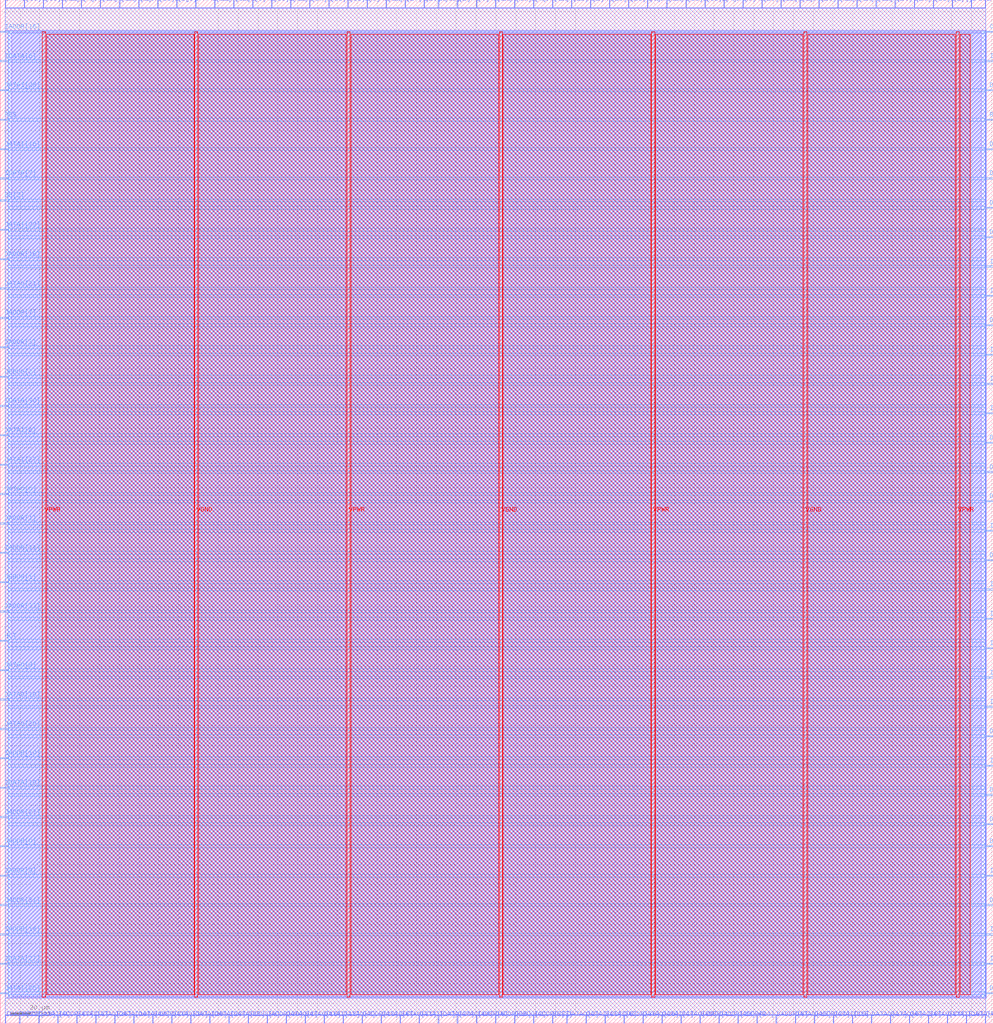
<source format=lef>
VERSION 5.7 ;
  NOWIREEXTENSIONATPIN ON ;
  DIVIDERCHAR "/" ;
  BUSBITCHARS "[]" ;
MACRO darkriscv
  CLASS BLOCK ;
  FOREIGN darkriscv ;
  ORIGIN 0.000 0.000 ;
  SIZE 500.835 BY 515.955 ;
  PIN BE[0]
    DIRECTION OUTPUT TRISTATE ;
    USE SIGNAL ;
    PORT
      LAYER met2 ;
        RECT 480.100 511.955 480.380 515.955 ;
    END
  END BE[0]
  PIN BE[1]
    DIRECTION OUTPUT TRISTATE ;
    USE SIGNAL ;
    PORT
      LAYER met2 ;
        RECT 88.900 511.955 89.180 515.955 ;
    END
  END BE[1]
  PIN BE[2]
    DIRECTION OUTPUT TRISTATE ;
    USE SIGNAL ;
    PORT
      LAYER met3 ;
        RECT 0.000 414.470 4.000 415.070 ;
    END
  END BE[2]
  PIN BE[3]
    DIRECTION OUTPUT TRISTATE ;
    USE SIGNAL ;
    PORT
      LAYER met2 ;
        RECT 278.500 0.000 278.780 4.000 ;
    END
  END BE[3]
  PIN CLK
    DIRECTION INPUT ;
    USE SIGNAL ;
    PORT
      LAYER met3 ;
        RECT 496.835 499.570 500.835 500.170 ;
    END
  END CLK
  PIN DADDR[0]
    DIRECTION OUTPUT TRISTATE ;
    USE SIGNAL ;
    PORT
      LAYER met3 ;
        RECT 0.000 88.870 4.000 89.470 ;
    END
  END DADDR[0]
  PIN DADDR[10]
    DIRECTION OUTPUT TRISTATE ;
    USE SIGNAL ;
    PORT
      LAYER met2 ;
        RECT 441.700 511.955 441.980 515.955 ;
    END
  END DADDR[10]
  PIN DADDR[11]
    DIRECTION OUTPUT TRISTATE ;
    USE SIGNAL ;
    PORT
      LAYER met2 ;
        RECT 352.900 0.000 353.180 4.000 ;
    END
  END DADDR[11]
  PIN DADDR[12]
    DIRECTION OUTPUT TRISTATE ;
    USE SIGNAL ;
    PORT
      LAYER met2 ;
        RECT 108.100 511.955 108.380 515.955 ;
    END
  END DADDR[12]
  PIN DADDR[13]
    DIRECTION OUTPUT TRISTATE ;
    USE SIGNAL ;
    PORT
      LAYER met2 ;
        RECT 182.500 0.000 182.780 4.000 ;
    END
  END DADDR[13]
  PIN DADDR[14]
    DIRECTION OUTPUT TRISTATE ;
    USE SIGNAL ;
    PORT
      LAYER met2 ;
        RECT 422.500 511.955 422.780 515.955 ;
    END
  END DADDR[14]
  PIN DADDR[15]
    DIRECTION OUTPUT TRISTATE ;
    USE SIGNAL ;
    PORT
      LAYER met3 ;
        RECT 496.835 469.970 500.835 470.570 ;
    END
  END DADDR[15]
  PIN DADDR[16]
    DIRECTION OUTPUT TRISTATE ;
    USE SIGNAL ;
    PORT
      LAYER met2 ;
        RECT 249.700 0.000 249.980 4.000 ;
    END
  END DADDR[16]
  PIN DADDR[17]
    DIRECTION OUTPUT TRISTATE ;
    USE SIGNAL ;
    PORT
      LAYER met3 ;
        RECT 496.835 14.870 500.835 15.470 ;
    END
  END DADDR[17]
  PIN DADDR[18]
    DIRECTION OUTPUT TRISTATE ;
    USE SIGNAL ;
    PORT
      LAYER met3 ;
        RECT 0.000 384.870 4.000 385.470 ;
    END
  END DADDR[18]
  PIN DADDR[19]
    DIRECTION OUTPUT TRISTATE ;
    USE SIGNAL ;
    PORT
      LAYER met2 ;
        RECT 268.900 511.955 269.180 515.955 ;
    END
  END DADDR[19]
  PIN DADDR[1]
    DIRECTION OUTPUT TRISTATE ;
    USE SIGNAL ;
    PORT
      LAYER met3 ;
        RECT 0.000 251.670 4.000 252.270 ;
    END
  END DADDR[1]
  PIN DADDR[20]
    DIRECTION OUTPUT TRISTATE ;
    USE SIGNAL ;
    PORT
      LAYER met2 ;
        RECT 76.900 0.000 77.180 4.000 ;
    END
  END DADDR[20]
  PIN DADDR[21]
    DIRECTION OUTPUT TRISTATE ;
    USE SIGNAL ;
    PORT
      LAYER met2 ;
        RECT 410.500 0.000 410.780 4.000 ;
    END
  END DADDR[21]
  PIN DADDR[22]
    DIRECTION OUTPUT TRISTATE ;
    USE SIGNAL ;
    PORT
      LAYER met3 ;
        RECT 0.000 207.270 4.000 207.870 ;
    END
  END DADDR[22]
  PIN DADDR[23]
    DIRECTION OUTPUT TRISTATE ;
    USE SIGNAL ;
    PORT
      LAYER met2 ;
        RECT 336.100 511.955 336.380 515.955 ;
    END
  END DADDR[23]
  PIN DADDR[24]
    DIRECTION OUTPUT TRISTATE ;
    USE SIGNAL ;
    PORT
      LAYER met2 ;
        RECT 146.500 511.955 146.780 515.955 ;
    END
  END DADDR[24]
  PIN DADDR[25]
    DIRECTION OUTPUT TRISTATE ;
    USE SIGNAL ;
    PORT
      LAYER met2 ;
        RECT 432.100 511.955 432.380 515.955 ;
    END
  END DADDR[25]
  PIN DADDR[26]
    DIRECTION OUTPUT TRISTATE ;
    USE SIGNAL ;
    PORT
      LAYER met2 ;
        RECT 403.300 511.955 403.580 515.955 ;
    END
  END DADDR[26]
  PIN DADDR[27]
    DIRECTION OUTPUT TRISTATE ;
    USE SIGNAL ;
    PORT
      LAYER met3 ;
        RECT 0.000 103.670 4.000 104.270 ;
    END
  END DADDR[27]
  PIN DADDR[28]
    DIRECTION OUTPUT TRISTATE ;
    USE SIGNAL ;
    PORT
      LAYER met2 ;
        RECT 362.500 0.000 362.780 4.000 ;
    END
  END DADDR[28]
  PIN DADDR[29]
    DIRECTION OUTPUT TRISTATE ;
    USE SIGNAL ;
    PORT
      LAYER met2 ;
        RECT 40.900 511.955 41.180 515.955 ;
    END
  END DADDR[29]
  PIN DADDR[2]
    DIRECTION OUTPUT TRISTATE ;
    USE SIGNAL ;
    PORT
      LAYER met2 ;
        RECT 60.100 511.955 60.380 515.955 ;
    END
  END DADDR[2]
  PIN DADDR[30]
    DIRECTION OUTPUT TRISTATE ;
    USE SIGNAL ;
    PORT
      LAYER met2 ;
        RECT 314.500 0.000 314.780 4.000 ;
    END
  END DADDR[30]
  PIN DADDR[31]
    DIRECTION OUTPUT TRISTATE ;
    USE SIGNAL ;
    PORT
      LAYER met3 ;
        RECT 0.000 59.270 4.000 59.870 ;
    END
  END DADDR[31]
  PIN DADDR[3]
    DIRECTION OUTPUT TRISTATE ;
    USE SIGNAL ;
    PORT
      LAYER met2 ;
        RECT 364.900 511.955 365.180 515.955 ;
    END
  END DADDR[3]
  PIN DADDR[4]
    DIRECTION OUTPUT TRISTATE ;
    USE SIGNAL ;
    PORT
      LAYER met3 ;
        RECT 496.835 292.370 500.835 292.970 ;
    END
  END DADDR[4]
  PIN DADDR[5]
    DIRECTION OUTPUT TRISTATE ;
    USE SIGNAL ;
    PORT
      LAYER met3 ;
        RECT 496.835 99.970 500.835 100.570 ;
    END
  END DADDR[5]
  PIN DADDR[6]
    DIRECTION OUTPUT TRISTATE ;
    USE SIGNAL ;
    PORT
      LAYER met3 ;
        RECT 496.835 440.370 500.835 440.970 ;
    END
  END DADDR[6]
  PIN DADDR[7]
    DIRECTION OUTPUT TRISTATE ;
    USE SIGNAL ;
    PORT
      LAYER met3 ;
        RECT 0.000 355.270 4.000 355.870 ;
    END
  END DADDR[7]
  PIN DADDR[8]
    DIRECTION OUTPUT TRISTATE ;
    USE SIGNAL ;
    PORT
      LAYER met2 ;
        RECT 391.300 0.000 391.580 4.000 ;
    END
  END DADDR[8]
  PIN DADDR[9]
    DIRECTION OUTPUT TRISTATE ;
    USE SIGNAL ;
    PORT
      LAYER met3 ;
        RECT 496.835 395.970 500.835 396.570 ;
    END
  END DADDR[9]
  PIN DATAI[0]
    DIRECTION INPUT ;
    USE SIGNAL ;
    PORT
      LAYER met3 ;
        RECT 0.000 296.070 4.000 296.670 ;
    END
  END DATAI[0]
  PIN DATAI[10]
    DIRECTION INPUT ;
    USE SIGNAL ;
    PORT
      LAYER met3 ;
        RECT 496.835 144.370 500.835 144.970 ;
    END
  END DATAI[10]
  PIN DATAI[11]
    DIRECTION INPUT ;
    USE SIGNAL ;
    PORT
      LAYER met2 ;
        RECT 136.900 511.955 137.180 515.955 ;
    END
  END DATAI[11]
  PIN DATAI[12]
    DIRECTION INPUT ;
    USE SIGNAL ;
    PORT
      LAYER met2 ;
        RECT 21.700 511.955 21.980 515.955 ;
    END
  END DATAI[12]
  PIN DATAI[13]
    DIRECTION INPUT ;
    USE SIGNAL ;
    PORT
      LAYER met2 ;
        RECT 2.500 511.955 2.780 515.955 ;
    END
  END DATAI[13]
  PIN DATAI[14]
    DIRECTION INPUT ;
    USE SIGNAL ;
    PORT
      LAYER met2 ;
        RECT 211.300 0.000 211.580 4.000 ;
    END
  END DATAI[14]
  PIN DATAI[15]
    DIRECTION INPUT ;
    USE SIGNAL ;
    PORT
      LAYER met2 ;
        RECT 420.100 0.000 420.380 4.000 ;
    END
  END DATAI[15]
  PIN DATAI[16]
    DIRECTION INPUT ;
    USE SIGNAL ;
    PORT
      LAYER met3 ;
        RECT 0.000 440.370 4.000 440.970 ;
    END
  END DATAI[16]
  PIN DATAI[17]
    DIRECTION INPUT ;
    USE SIGNAL ;
    PORT
      LAYER met3 ;
        RECT 496.835 425.570 500.835 426.170 ;
    END
  END DATAI[17]
  PIN DATAI[18]
    DIRECTION INPUT ;
    USE SIGNAL ;
    PORT
      LAYER met2 ;
        RECT 163.300 0.000 163.580 4.000 ;
    END
  END DATAI[18]
  PIN DATAI[19]
    DIRECTION INPUT ;
    USE SIGNAL ;
    PORT
      LAYER met2 ;
        RECT 477.700 0.000 477.980 4.000 ;
    END
  END DATAI[19]
  PIN DATAI[1]
    DIRECTION INPUT ;
    USE SIGNAL ;
    PORT
      LAYER met2 ;
        RECT 333.700 0.000 333.980 4.000 ;
    END
  END DATAI[1]
  PIN DATAI[20]
    DIRECTION INPUT ;
    USE SIGNAL ;
    PORT
      LAYER met3 ;
        RECT 496.835 410.770 500.835 411.370 ;
    END
  END DATAI[20]
  PIN DATAI[21]
    DIRECTION INPUT ;
    USE SIGNAL ;
    PORT
      LAYER met2 ;
        RECT 98.500 511.955 98.780 515.955 ;
    END
  END DATAI[21]
  PIN DATAI[22]
    DIRECTION INPUT ;
    USE SIGNAL ;
    PORT
      LAYER met3 ;
        RECT 0.000 399.670 4.000 400.270 ;
    END
  END DATAI[22]
  PIN DATAI[23]
    DIRECTION INPUT ;
    USE SIGNAL ;
    PORT
      LAYER met2 ;
        RECT 295.300 0.000 295.580 4.000 ;
    END
  END DATAI[23]
  PIN DATAI[24]
    DIRECTION INPUT ;
    USE SIGNAL ;
    PORT
      LAYER met2 ;
        RECT 240.100 511.955 240.380 515.955 ;
    END
  END DATAI[24]
  PIN DATAI[25]
    DIRECTION INPUT ;
    USE SIGNAL ;
    PORT
      LAYER met3 ;
        RECT 0.000 14.870 4.000 15.470 ;
    END
  END DATAI[25]
  PIN DATAI[26]
    DIRECTION INPUT ;
    USE SIGNAL ;
    PORT
      LAYER met3 ;
        RECT 0.000 469.970 4.000 470.570 ;
    END
  END DATAI[26]
  PIN DATAI[27]
    DIRECTION INPUT ;
    USE SIGNAL ;
    PORT
      LAYER met3 ;
        RECT 0.000 281.270 4.000 281.870 ;
    END
  END DATAI[27]
  PIN DATAI[28]
    DIRECTION INPUT ;
    USE SIGNAL ;
    PORT
      LAYER met2 ;
        RECT 127.300 511.955 127.580 515.955 ;
    END
  END DATAI[28]
  PIN DATAI[29]
    DIRECTION INPUT ;
    USE SIGNAL ;
    PORT
      LAYER met3 ;
        RECT 496.835 88.870 500.835 89.470 ;
    END
  END DATAI[29]
  PIN DATAI[2]
    DIRECTION INPUT ;
    USE SIGNAL ;
    PORT
      LAYER met2 ;
        RECT 38.500 0.000 38.780 4.000 ;
    END
  END DATAI[2]
  PIN DATAI[30]
    DIRECTION INPUT ;
    USE SIGNAL ;
    PORT
      LAYER met2 ;
        RECT 496.900 0.000 497.180 4.000 ;
    END
  END DATAI[30]
  PIN DATAI[31]
    DIRECTION INPUT ;
    USE SIGNAL ;
    PORT
      LAYER met3 ;
        RECT 496.835 114.770 500.835 115.370 ;
    END
  END DATAI[31]
  PIN DATAI[3]
    DIRECTION INPUT ;
    USE SIGNAL ;
    PORT
      LAYER met2 ;
        RECT 175.300 511.955 175.580 515.955 ;
    END
  END DATAI[3]
  PIN DATAI[4]
    DIRECTION INPUT ;
    USE SIGNAL ;
    PORT
      LAYER met2 ;
        RECT 355.300 511.955 355.580 515.955 ;
    END
  END DATAI[4]
  PIN DATAI[5]
    DIRECTION INPUT ;
    USE SIGNAL ;
    PORT
      LAYER met2 ;
        RECT 304.900 0.000 305.180 4.000 ;
    END
  END DATAI[5]
  PIN DATAI[6]
    DIRECTION INPUT ;
    USE SIGNAL ;
    PORT
      LAYER met2 ;
        RECT 192.100 0.000 192.380 4.000 ;
    END
  END DATAI[6]
  PIN DATAI[7]
    DIRECTION INPUT ;
    USE SIGNAL ;
    PORT
      LAYER met2 ;
        RECT 259.300 511.955 259.580 515.955 ;
    END
  END DATAI[7]
  PIN DATAI[8]
    DIRECTION INPUT ;
    USE SIGNAL ;
    PORT
      LAYER met2 ;
        RECT 458.500 0.000 458.780 4.000 ;
    END
  END DATAI[8]
  PIN DATAI[9]
    DIRECTION INPUT ;
    USE SIGNAL ;
    PORT
      LAYER met2 ;
        RECT 19.300 0.000 19.580 4.000 ;
    END
  END DATAI[9]
  PIN DATAO[0]
    DIRECTION OUTPUT TRISTATE ;
    USE SIGNAL ;
    PORT
      LAYER met3 ;
        RECT 0.000 266.470 4.000 267.070 ;
    END
  END DATAO[0]
  PIN DATAO[10]
    DIRECTION OUTPUT TRISTATE ;
    USE SIGNAL ;
    PORT
      LAYER met3 ;
        RECT 0.000 162.870 4.000 163.470 ;
    END
  END DATAO[10]
  PIN DATAO[11]
    DIRECTION OUTPUT TRISTATE ;
    USE SIGNAL ;
    PORT
      LAYER met3 ;
        RECT 496.835 233.170 500.835 233.770 ;
    END
  END DATAO[11]
  PIN DATAO[12]
    DIRECTION OUTPUT TRISTATE ;
    USE SIGNAL ;
    PORT
      LAYER met2 ;
        RECT 345.700 511.955 345.980 515.955 ;
    END
  END DATAO[12]
  PIN DATAO[13]
    DIRECTION OUTPUT TRISTATE ;
    USE SIGNAL ;
    PORT
      LAYER met2 ;
        RECT 184.900 511.955 185.180 515.955 ;
    END
  END DATAO[13]
  PIN DATAO[14]
    DIRECTION OUTPUT TRISTATE ;
    USE SIGNAL ;
    PORT
      LAYER met2 ;
        RECT 230.500 0.000 230.780 4.000 ;
    END
  END DATAO[14]
  PIN DATAO[15]
    DIRECTION OUTPUT TRISTATE ;
    USE SIGNAL ;
    PORT
      LAYER met2 ;
        RECT 400.900 0.000 401.180 4.000 ;
    END
  END DATAO[15]
  PIN DATAO[16]
    DIRECTION OUTPUT TRISTATE ;
    USE SIGNAL ;
    PORT
      LAYER met2 ;
        RECT 153.700 0.000 153.980 4.000 ;
    END
  END DATAO[16]
  PIN DATAO[17]
    DIRECTION OUTPUT TRISTATE ;
    USE SIGNAL ;
    PORT
      LAYER met2 ;
        RECT 439.300 0.000 439.580 4.000 ;
    END
  END DATAO[17]
  PIN DATAO[18]
    DIRECTION OUTPUT TRISTATE ;
    USE SIGNAL ;
    PORT
      LAYER met2 ;
        RECT 12.100 511.955 12.380 515.955 ;
    END
  END DATAO[18]
  PIN DATAO[19]
    DIRECTION OUTPUT TRISTATE ;
    USE SIGNAL ;
    PORT
      LAYER met2 ;
        RECT 374.500 511.955 374.780 515.955 ;
    END
  END DATAO[19]
  PIN DATAO[1]
    DIRECTION OUTPUT TRISTATE ;
    USE SIGNAL ;
    PORT
      LAYER met2 ;
        RECT 144.100 0.000 144.380 4.000 ;
    END
  END DATAO[1]
  PIN DATAO[20]
    DIRECTION OUTPUT TRISTATE ;
    USE SIGNAL ;
    PORT
      LAYER met3 ;
        RECT 0.000 148.070 4.000 148.670 ;
    END
  END DATAO[20]
  PIN DATAO[21]
    DIRECTION OUTPUT TRISTATE ;
    USE SIGNAL ;
    PORT
      LAYER met3 ;
        RECT 0.000 370.070 4.000 370.670 ;
    END
  END DATAO[21]
  PIN DATAO[22]
    DIRECTION OUTPUT TRISTATE ;
    USE SIGNAL ;
    PORT
      LAYER met2 ;
        RECT 165.700 511.955 165.980 515.955 ;
    END
  END DATAO[22]
  PIN DATAO[23]
    DIRECTION OUTPUT TRISTATE ;
    USE SIGNAL ;
    PORT
      LAYER met2 ;
        RECT 156.100 511.955 156.380 515.955 ;
    END
  END DATAO[23]
  PIN DATAO[24]
    DIRECTION OUTPUT TRISTATE ;
    USE SIGNAL ;
    PORT
      LAYER met2 ;
        RECT 468.100 0.000 468.380 4.000 ;
    END
  END DATAO[24]
  PIN DATAO[25]
    DIRECTION OUTPUT TRISTATE ;
    USE SIGNAL ;
    PORT
      LAYER met2 ;
        RECT 48.100 0.000 48.380 4.000 ;
    END
  END DATAO[25]
  PIN DATAO[26]
    DIRECTION OUTPUT TRISTATE ;
    USE SIGNAL ;
    PORT
      LAYER met2 ;
        RECT 324.100 0.000 324.380 4.000 ;
    END
  END DATAO[26]
  PIN DATAO[27]
    DIRECTION OUTPUT TRISTATE ;
    USE SIGNAL ;
    PORT
      LAYER met2 ;
        RECT 470.500 511.955 470.780 515.955 ;
    END
  END DATAO[27]
  PIN DATAO[28]
    DIRECTION OUTPUT TRISTATE ;
    USE SIGNAL ;
    PORT
      LAYER met3 ;
        RECT 496.835 262.770 500.835 263.370 ;
    END
  END DATAO[28]
  PIN DATAO[29]
    DIRECTION OUTPUT TRISTATE ;
    USE SIGNAL ;
    PORT
      LAYER met2 ;
        RECT 343.300 0.000 343.580 4.000 ;
    END
  END DATAO[29]
  PIN DATAO[2]
    DIRECTION OUTPUT TRISTATE ;
    USE SIGNAL ;
    PORT
      LAYER met2 ;
        RECT 285.700 0.000 285.980 4.000 ;
    END
  END DATAO[2]
  PIN DATAO[30]
    DIRECTION OUTPUT TRISTATE ;
    USE SIGNAL ;
    PORT
      LAYER met2 ;
        RECT 86.500 0.000 86.780 4.000 ;
    END
  END DATAO[30]
  PIN DATAO[31]
    DIRECTION OUTPUT TRISTATE ;
    USE SIGNAL ;
    PORT
      LAYER met2 ;
        RECT 201.700 0.000 201.980 4.000 ;
    END
  END DATAO[31]
  PIN DATAO[3]
    DIRECTION OUTPUT TRISTATE ;
    USE SIGNAL ;
    PORT
      LAYER met3 ;
        RECT 496.835 351.570 500.835 352.170 ;
    END
  END DATAO[3]
  PIN DATAO[4]
    DIRECTION OUTPUT TRISTATE ;
    USE SIGNAL ;
    PORT
      LAYER met3 ;
        RECT 496.835 59.270 500.835 59.870 ;
    END
  END DATAO[4]
  PIN DATAO[5]
    DIRECTION OUTPUT TRISTATE ;
    USE SIGNAL ;
    PORT
      LAYER met2 ;
        RECT 448.900 0.000 449.180 4.000 ;
    END
  END DATAO[5]
  PIN DATAO[6]
    DIRECTION OUTPUT TRISTATE ;
    USE SIGNAL ;
    PORT
      LAYER met2 ;
        RECT 79.300 511.955 79.580 515.955 ;
    END
  END DATAO[6]
  PIN DATAO[7]
    DIRECTION OUTPUT TRISTATE ;
    USE SIGNAL ;
    PORT
      LAYER met2 ;
        RECT 172.900 0.000 173.180 4.000 ;
    END
  END DATAO[7]
  PIN DATAO[8]
    DIRECTION OUTPUT TRISTATE ;
    USE SIGNAL ;
    PORT
      LAYER met3 ;
        RECT 0.000 177.670 4.000 178.270 ;
    END
  END DATAO[8]
  PIN DATAO[9]
    DIRECTION OUTPUT TRISTATE ;
    USE SIGNAL ;
    PORT
      LAYER met3 ;
        RECT 496.835 277.570 500.835 278.170 ;
    END
  END DATAO[9]
  PIN DEBUG[0]
    DIRECTION OUTPUT TRISTATE ;
    USE SIGNAL ;
    PORT
      LAYER met2 ;
        RECT 124.900 0.000 125.180 4.000 ;
    END
  END DEBUG[0]
  PIN DEBUG[1]
    DIRECTION OUTPUT TRISTATE ;
    USE SIGNAL ;
    PORT
      LAYER met3 ;
        RECT 0.000 222.070 4.000 222.670 ;
    END
  END DEBUG[1]
  PIN DEBUG[2]
    DIRECTION OUTPUT TRISTATE ;
    USE SIGNAL ;
    PORT
      LAYER met2 ;
        RECT 259.300 0.000 259.580 4.000 ;
    END
  END DEBUG[2]
  PIN DEBUG[3]
    DIRECTION OUTPUT TRISTATE ;
    USE SIGNAL ;
    PORT
      LAYER met3 ;
        RECT 0.000 325.670 4.000 326.270 ;
    END
  END DEBUG[3]
  PIN HLT
    DIRECTION INPUT ;
    USE SIGNAL ;
    PORT
      LAYER met3 ;
        RECT 0.000 192.470 4.000 193.070 ;
    END
  END HLT
  PIN IADDR[0]
    DIRECTION OUTPUT TRISTATE ;
    USE SIGNAL ;
    PORT
      LAYER met3 ;
        RECT 496.835 203.570 500.835 204.170 ;
    END
  END IADDR[0]
  PIN IADDR[10]
    DIRECTION OUTPUT TRISTATE ;
    USE SIGNAL ;
    PORT
      LAYER met2 ;
        RECT 249.700 511.955 249.980 515.955 ;
    END
  END IADDR[10]
  PIN IADDR[11]
    DIRECTION OUTPUT TRISTATE ;
    USE SIGNAL ;
    PORT
      LAYER met3 ;
        RECT 0.000 236.870 4.000 237.470 ;
    END
  END IADDR[11]
  PIN IADDR[12]
    DIRECTION OUTPUT TRISTATE ;
    USE SIGNAL ;
    PORT
      LAYER met2 ;
        RECT 278.500 511.955 278.780 515.955 ;
    END
  END IADDR[12]
  PIN IADDR[13]
    DIRECTION OUTPUT TRISTATE ;
    USE SIGNAL ;
    PORT
      LAYER met2 ;
        RECT 496.900 511.955 497.180 515.955 ;
    END
  END IADDR[13]
  PIN IADDR[14]
    DIRECTION OUTPUT TRISTATE ;
    USE SIGNAL ;
    PORT
      LAYER met3 ;
        RECT 0.000 44.470 4.000 45.070 ;
    END
  END IADDR[14]
  PIN IADDR[15]
    DIRECTION OUTPUT TRISTATE ;
    USE SIGNAL ;
    PORT
      LAYER met3 ;
        RECT 496.835 218.370 500.835 218.970 ;
    END
  END IADDR[15]
  PIN IADDR[16]
    DIRECTION OUTPUT TRISTATE ;
    USE SIGNAL ;
    PORT
      LAYER met3 ;
        RECT 0.000 499.570 4.000 500.170 ;
    END
  END IADDR[16]
  PIN IADDR[17]
    DIRECTION OUTPUT TRISTATE ;
    USE SIGNAL ;
    PORT
      LAYER met2 ;
        RECT 28.900 0.000 29.180 4.000 ;
    END
  END IADDR[17]
  PIN IADDR[18]
    DIRECTION OUTPUT TRISTATE ;
    USE SIGNAL ;
    PORT
      LAYER met2 ;
        RECT 9.700 0.000 9.980 4.000 ;
    END
  END IADDR[18]
  PIN IADDR[19]
    DIRECTION OUTPUT TRISTATE ;
    USE SIGNAL ;
    PORT
      LAYER met3 ;
        RECT 0.000 133.270 4.000 133.870 ;
    END
  END IADDR[19]
  PIN IADDR[1]
    DIRECTION OUTPUT TRISTATE ;
    USE SIGNAL ;
    PORT
      LAYER met3 ;
        RECT 496.835 188.770 500.835 189.370 ;
    END
  END IADDR[1]
  PIN IADDR[20]
    DIRECTION OUTPUT TRISTATE ;
    USE SIGNAL ;
    PORT
      LAYER met2 ;
        RECT 326.500 511.955 326.780 515.955 ;
    END
  END IADDR[20]
  PIN IADDR[21]
    DIRECTION OUTPUT TRISTATE ;
    USE SIGNAL ;
    PORT
      LAYER met3 ;
        RECT 496.835 307.170 500.835 307.770 ;
    END
  END IADDR[21]
  PIN IADDR[22]
    DIRECTION OUTPUT TRISTATE ;
    USE SIGNAL ;
    PORT
      LAYER met3 ;
        RECT 496.835 484.770 500.835 485.370 ;
    END
  END IADDR[22]
  PIN IADDR[23]
    DIRECTION OUTPUT TRISTATE ;
    USE SIGNAL ;
    PORT
      LAYER met2 ;
        RECT 268.900 0.000 269.180 4.000 ;
    END
  END IADDR[23]
  PIN IADDR[24]
    DIRECTION OUTPUT TRISTATE ;
    USE SIGNAL ;
    PORT
      LAYER met2 ;
        RECT 372.100 0.000 372.380 4.000 ;
    END
  END IADDR[24]
  PIN IADDR[25]
    DIRECTION OUTPUT TRISTATE ;
    USE SIGNAL ;
    PORT
      LAYER met3 ;
        RECT 496.835 129.570 500.835 130.170 ;
    END
  END IADDR[25]
  PIN IADDR[26]
    DIRECTION OUTPUT TRISTATE ;
    USE SIGNAL ;
    PORT
      LAYER met3 ;
        RECT 496.835 74.070 500.835 74.670 ;
    END
  END IADDR[26]
  PIN IADDR[27]
    DIRECTION OUTPUT TRISTATE ;
    USE SIGNAL ;
    PORT
      LAYER met2 ;
        RECT 194.500 511.955 194.780 515.955 ;
    END
  END IADDR[27]
  PIN IADDR[28]
    DIRECTION OUTPUT TRISTATE ;
    USE SIGNAL ;
    PORT
      LAYER met2 ;
        RECT 69.700 511.955 69.980 515.955 ;
    END
  END IADDR[28]
  PIN IADDR[29]
    DIRECTION OUTPUT TRISTATE ;
    USE SIGNAL ;
    PORT
      LAYER met2 ;
        RECT 50.500 511.955 50.780 515.955 ;
    END
  END IADDR[29]
  PIN IADDR[2]
    DIRECTION OUTPUT TRISTATE ;
    USE SIGNAL ;
    PORT
      LAYER met2 ;
        RECT 393.700 511.955 393.980 515.955 ;
    END
  END IADDR[2]
  PIN IADDR[30]
    DIRECTION OUTPUT TRISTATE ;
    USE SIGNAL ;
    PORT
      LAYER met2 ;
        RECT 134.500 0.000 134.780 4.000 ;
    END
  END IADDR[30]
  PIN IADDR[31]
    DIRECTION OUTPUT TRISTATE ;
    USE SIGNAL ;
    PORT
      LAYER met3 ;
        RECT 496.835 321.970 500.835 322.570 ;
    END
  END IADDR[31]
  PIN IADDR[3]
    DIRECTION OUTPUT TRISTATE ;
    USE SIGNAL ;
    PORT
      LAYER met3 ;
        RECT 0.000 340.470 4.000 341.070 ;
    END
  END IADDR[3]
  PIN IADDR[4]
    DIRECTION OUTPUT TRISTATE ;
    USE SIGNAL ;
    PORT
      LAYER met2 ;
        RECT 31.300 511.955 31.580 515.955 ;
    END
  END IADDR[4]
  PIN IADDR[5]
    DIRECTION OUTPUT TRISTATE ;
    USE SIGNAL ;
    PORT
      LAYER met2 ;
        RECT 117.700 511.955 117.980 515.955 ;
    END
  END IADDR[5]
  PIN IADDR[6]
    DIRECTION OUTPUT TRISTATE ;
    USE SIGNAL ;
    PORT
      LAYER met2 ;
        RECT 240.100 0.000 240.380 4.000 ;
    END
  END IADDR[6]
  PIN IADDR[7]
    DIRECTION OUTPUT TRISTATE ;
    USE SIGNAL ;
    PORT
      LAYER met2 ;
        RECT 489.700 511.955 489.980 515.955 ;
    END
  END IADDR[7]
  PIN IADDR[8]
    DIRECTION OUTPUT TRISTATE ;
    USE SIGNAL ;
    PORT
      LAYER met3 ;
        RECT 496.835 159.170 500.835 159.770 ;
    END
  END IADDR[8]
  PIN IADDR[9]
    DIRECTION OUTPUT TRISTATE ;
    USE SIGNAL ;
    PORT
      LAYER met3 ;
        RECT 0.000 74.070 4.000 74.670 ;
    END
  END IADDR[9]
  PIN IDATA[0]
    DIRECTION INPUT ;
    USE SIGNAL ;
    PORT
      LAYER met2 ;
        RECT 230.500 511.955 230.780 515.955 ;
    END
  END IDATA[0]
  PIN IDATA[10]
    DIRECTION INPUT ;
    USE SIGNAL ;
    PORT
      LAYER met3 ;
        RECT 0.000 118.470 4.000 119.070 ;
    END
  END IDATA[10]
  PIN IDATA[11]
    DIRECTION INPUT ;
    USE SIGNAL ;
    PORT
      LAYER met2 ;
        RECT 115.300 0.000 115.580 4.000 ;
    END
  END IDATA[11]
  PIN IDATA[12]
    DIRECTION INPUT ;
    USE SIGNAL ;
    PORT
      LAYER met3 ;
        RECT 496.835 381.170 500.835 381.770 ;
    END
  END IDATA[12]
  PIN IDATA[13]
    DIRECTION INPUT ;
    USE SIGNAL ;
    PORT
      LAYER met3 ;
        RECT 496.835 336.770 500.835 337.370 ;
    END
  END IDATA[13]
  PIN IDATA[14]
    DIRECTION INPUT ;
    USE SIGNAL ;
    PORT
      LAYER met2 ;
        RECT 67.300 0.000 67.580 4.000 ;
    END
  END IDATA[14]
  PIN IDATA[15]
    DIRECTION INPUT ;
    USE SIGNAL ;
    PORT
      LAYER met2 ;
        RECT 412.900 511.955 413.180 515.955 ;
    END
  END IDATA[15]
  PIN IDATA[16]
    DIRECTION INPUT ;
    USE SIGNAL ;
    PORT
      LAYER met2 ;
        RECT 57.700 0.000 57.980 4.000 ;
    END
  END IDATA[16]
  PIN IDATA[17]
    DIRECTION INPUT ;
    USE SIGNAL ;
    PORT
      LAYER met3 ;
        RECT 496.835 44.470 500.835 45.070 ;
    END
  END IDATA[17]
  PIN IDATA[18]
    DIRECTION INPUT ;
    USE SIGNAL ;
    PORT
      LAYER met2 ;
        RECT 213.700 511.955 213.980 515.955 ;
    END
  END IDATA[18]
  PIN IDATA[19]
    DIRECTION INPUT ;
    USE SIGNAL ;
    PORT
      LAYER met3 ;
        RECT 496.835 247.970 500.835 248.570 ;
    END
  END IDATA[19]
  PIN IDATA[1]
    DIRECTION INPUT ;
    USE SIGNAL ;
    PORT
      LAYER met3 ;
        RECT 496.835 366.370 500.835 366.970 ;
    END
  END IDATA[1]
  PIN IDATA[20]
    DIRECTION INPUT ;
    USE SIGNAL ;
    PORT
      LAYER met2 ;
        RECT 451.300 511.955 451.580 515.955 ;
    END
  END IDATA[20]
  PIN IDATA[21]
    DIRECTION INPUT ;
    USE SIGNAL ;
    PORT
      LAYER met2 ;
        RECT 384.100 511.955 384.380 515.955 ;
    END
  END IDATA[21]
  PIN IDATA[22]
    DIRECTION INPUT ;
    USE SIGNAL ;
    PORT
      LAYER met2 ;
        RECT 2.500 0.000 2.780 4.000 ;
    END
  END IDATA[22]
  PIN IDATA[23]
    DIRECTION INPUT ;
    USE SIGNAL ;
    PORT
      LAYER met2 ;
        RECT 105.700 0.000 105.980 4.000 ;
    END
  END IDATA[23]
  PIN IDATA[24]
    DIRECTION INPUT ;
    USE SIGNAL ;
    PORT
      LAYER met2 ;
        RECT 220.900 0.000 221.180 4.000 ;
    END
  END IDATA[24]
  PIN IDATA[25]
    DIRECTION INPUT ;
    USE SIGNAL ;
    PORT
      LAYER met2 ;
        RECT 297.700 511.955 297.980 515.955 ;
    END
  END IDATA[25]
  PIN IDATA[26]
    DIRECTION INPUT ;
    USE SIGNAL ;
    PORT
      LAYER met2 ;
        RECT 96.100 0.000 96.380 4.000 ;
    END
  END IDATA[26]
  PIN IDATA[27]
    DIRECTION INPUT ;
    USE SIGNAL ;
    PORT
      LAYER met3 ;
        RECT 0.000 29.670 4.000 30.270 ;
    END
  END IDATA[27]
  PIN IDATA[28]
    DIRECTION INPUT ;
    USE SIGNAL ;
    PORT
      LAYER met2 ;
        RECT 460.900 511.955 461.180 515.955 ;
    END
  END IDATA[28]
  PIN IDATA[29]
    DIRECTION INPUT ;
    USE SIGNAL ;
    PORT
      LAYER met2 ;
        RECT 204.100 511.955 204.380 515.955 ;
    END
  END IDATA[29]
  PIN IDATA[2]
    DIRECTION INPUT ;
    USE SIGNAL ;
    PORT
      LAYER met3 ;
        RECT 496.835 173.970 500.835 174.570 ;
    END
  END IDATA[2]
  PIN IDATA[30]
    DIRECTION INPUT ;
    USE SIGNAL ;
    PORT
      LAYER met3 ;
        RECT 0.000 310.870 4.000 311.470 ;
    END
  END IDATA[30]
  PIN IDATA[31]
    DIRECTION INPUT ;
    USE SIGNAL ;
    PORT
      LAYER met2 ;
        RECT 307.300 511.955 307.580 515.955 ;
    END
  END IDATA[31]
  PIN IDATA[3]
    DIRECTION INPUT ;
    USE SIGNAL ;
    PORT
      LAYER met3 ;
        RECT 496.835 29.670 500.835 30.270 ;
    END
  END IDATA[3]
  PIN IDATA[4]
    DIRECTION INPUT ;
    USE SIGNAL ;
    PORT
      LAYER met2 ;
        RECT 487.300 0.000 487.580 4.000 ;
    END
  END IDATA[4]
  PIN IDATA[5]
    DIRECTION INPUT ;
    USE SIGNAL ;
    PORT
      LAYER met2 ;
        RECT 288.100 511.955 288.380 515.955 ;
    END
  END IDATA[5]
  PIN IDATA[6]
    DIRECTION INPUT ;
    USE SIGNAL ;
    PORT
      LAYER met3 ;
        RECT 0.000 484.770 4.000 485.370 ;
    END
  END IDATA[6]
  PIN IDATA[7]
    DIRECTION INPUT ;
    USE SIGNAL ;
    PORT
      LAYER met3 ;
        RECT 0.000 425.570 4.000 426.170 ;
    END
  END IDATA[7]
  PIN IDATA[8]
    DIRECTION INPUT ;
    USE SIGNAL ;
    PORT
      LAYER met2 ;
        RECT 220.900 511.955 221.180 515.955 ;
    END
  END IDATA[8]
  PIN IDATA[9]
    DIRECTION INPUT ;
    USE SIGNAL ;
    PORT
      LAYER met2 ;
        RECT 316.900 511.955 317.180 515.955 ;
    END
  END IDATA[9]
  PIN IDLE
    DIRECTION OUTPUT TRISTATE ;
    USE SIGNAL ;
    PORT
      LAYER met2 ;
        RECT 429.700 0.000 429.980 4.000 ;
    END
  END IDLE
  PIN RD
    DIRECTION OUTPUT TRISTATE ;
    USE SIGNAL ;
    PORT
      LAYER met3 ;
        RECT 496.835 455.170 500.835 455.770 ;
    END
  END RD
  PIN RES
    DIRECTION INPUT ;
    USE SIGNAL ;
    PORT
      LAYER met3 ;
        RECT 0.000 455.170 4.000 455.770 ;
    END
  END RES
  PIN WR
    DIRECTION OUTPUT TRISTATE ;
    USE SIGNAL ;
    PORT
      LAYER met2 ;
        RECT 381.700 0.000 381.980 4.000 ;
    END
  END WR
  PIN VPWR
    DIRECTION INOUT ;
    USE POWER ;
    PORT
      LAYER met4 ;
        RECT 482.080 13.080 483.680 499.740 ;
    END
  END VPWR
  PIN VPWR
    DIRECTION INOUT ;
    USE POWER ;
    PORT
      LAYER met4 ;
        RECT 328.480 13.080 330.080 499.740 ;
    END
  END VPWR
  PIN VPWR
    DIRECTION INOUT ;
    USE POWER ;
    PORT
      LAYER met4 ;
        RECT 174.880 13.080 176.480 499.740 ;
    END
  END VPWR
  PIN VPWR
    DIRECTION INOUT ;
    USE POWER ;
    PORT
      LAYER met4 ;
        RECT 21.280 13.080 22.880 499.740 ;
    END
  END VPWR
  PIN VGND
    DIRECTION INOUT ;
    USE GROUND ;
    PORT
      LAYER met4 ;
        RECT 405.280 13.080 406.880 499.740 ;
    END
  END VGND
  PIN VGND
    DIRECTION INOUT ;
    USE GROUND ;
    PORT
      LAYER met4 ;
        RECT 251.680 13.080 253.280 499.740 ;
    END
  END VGND
  PIN VGND
    DIRECTION INOUT ;
    USE GROUND ;
    PORT
      LAYER met4 ;
        RECT 98.080 13.080 99.680 499.740 ;
    END
  END VGND
  OBS
      LAYER li1 ;
        RECT 5.760 13.235 494.880 499.585 ;
      LAYER met1 ;
        RECT 2.480 12.635 497.200 500.555 ;
      LAYER met2 ;
        RECT 3.060 511.675 11.820 511.955 ;
        RECT 12.660 511.675 21.420 511.955 ;
        RECT 22.260 511.675 31.020 511.955 ;
        RECT 31.860 511.675 40.620 511.955 ;
        RECT 41.460 511.675 50.220 511.955 ;
        RECT 51.060 511.675 59.820 511.955 ;
        RECT 60.660 511.675 69.420 511.955 ;
        RECT 70.260 511.675 79.020 511.955 ;
        RECT 79.860 511.675 88.620 511.955 ;
        RECT 89.460 511.675 98.220 511.955 ;
        RECT 99.060 511.675 107.820 511.955 ;
        RECT 108.660 511.675 117.420 511.955 ;
        RECT 118.260 511.675 127.020 511.955 ;
        RECT 127.860 511.675 136.620 511.955 ;
        RECT 137.460 511.675 146.220 511.955 ;
        RECT 147.060 511.675 155.820 511.955 ;
        RECT 156.660 511.675 165.420 511.955 ;
        RECT 166.260 511.675 175.020 511.955 ;
        RECT 175.860 511.675 184.620 511.955 ;
        RECT 185.460 511.675 194.220 511.955 ;
        RECT 195.060 511.675 203.820 511.955 ;
        RECT 204.660 511.675 213.420 511.955 ;
        RECT 214.260 511.675 220.620 511.955 ;
        RECT 221.460 511.675 230.220 511.955 ;
        RECT 231.060 511.675 239.820 511.955 ;
        RECT 240.660 511.675 249.420 511.955 ;
        RECT 250.260 511.675 259.020 511.955 ;
        RECT 259.860 511.675 268.620 511.955 ;
        RECT 269.460 511.675 278.220 511.955 ;
        RECT 279.060 511.675 287.820 511.955 ;
        RECT 288.660 511.675 297.420 511.955 ;
        RECT 298.260 511.675 307.020 511.955 ;
        RECT 307.860 511.675 316.620 511.955 ;
        RECT 317.460 511.675 326.220 511.955 ;
        RECT 327.060 511.675 335.820 511.955 ;
        RECT 336.660 511.675 345.420 511.955 ;
        RECT 346.260 511.675 355.020 511.955 ;
        RECT 355.860 511.675 364.620 511.955 ;
        RECT 365.460 511.675 374.220 511.955 ;
        RECT 375.060 511.675 383.820 511.955 ;
        RECT 384.660 511.675 393.420 511.955 ;
        RECT 394.260 511.675 403.020 511.955 ;
        RECT 403.860 511.675 412.620 511.955 ;
        RECT 413.460 511.675 422.220 511.955 ;
        RECT 423.060 511.675 431.820 511.955 ;
        RECT 432.660 511.675 441.420 511.955 ;
        RECT 442.260 511.675 451.020 511.955 ;
        RECT 451.860 511.675 460.620 511.955 ;
        RECT 461.460 511.675 470.220 511.955 ;
        RECT 471.060 511.675 479.820 511.955 ;
        RECT 480.660 511.675 489.420 511.955 ;
        RECT 490.260 511.675 496.620 511.955 ;
        RECT 2.510 4.280 497.170 511.675 ;
        RECT 3.060 4.000 9.420 4.280 ;
        RECT 10.260 4.000 19.020 4.280 ;
        RECT 19.860 4.000 28.620 4.280 ;
        RECT 29.460 4.000 38.220 4.280 ;
        RECT 39.060 4.000 47.820 4.280 ;
        RECT 48.660 4.000 57.420 4.280 ;
        RECT 58.260 4.000 67.020 4.280 ;
        RECT 67.860 4.000 76.620 4.280 ;
        RECT 77.460 4.000 86.220 4.280 ;
        RECT 87.060 4.000 95.820 4.280 ;
        RECT 96.660 4.000 105.420 4.280 ;
        RECT 106.260 4.000 115.020 4.280 ;
        RECT 115.860 4.000 124.620 4.280 ;
        RECT 125.460 4.000 134.220 4.280 ;
        RECT 135.060 4.000 143.820 4.280 ;
        RECT 144.660 4.000 153.420 4.280 ;
        RECT 154.260 4.000 163.020 4.280 ;
        RECT 163.860 4.000 172.620 4.280 ;
        RECT 173.460 4.000 182.220 4.280 ;
        RECT 183.060 4.000 191.820 4.280 ;
        RECT 192.660 4.000 201.420 4.280 ;
        RECT 202.260 4.000 211.020 4.280 ;
        RECT 211.860 4.000 220.620 4.280 ;
        RECT 221.460 4.000 230.220 4.280 ;
        RECT 231.060 4.000 239.820 4.280 ;
        RECT 240.660 4.000 249.420 4.280 ;
        RECT 250.260 4.000 259.020 4.280 ;
        RECT 259.860 4.000 268.620 4.280 ;
        RECT 269.460 4.000 278.220 4.280 ;
        RECT 279.060 4.000 285.420 4.280 ;
        RECT 286.260 4.000 295.020 4.280 ;
        RECT 295.860 4.000 304.620 4.280 ;
        RECT 305.460 4.000 314.220 4.280 ;
        RECT 315.060 4.000 323.820 4.280 ;
        RECT 324.660 4.000 333.420 4.280 ;
        RECT 334.260 4.000 343.020 4.280 ;
        RECT 343.860 4.000 352.620 4.280 ;
        RECT 353.460 4.000 362.220 4.280 ;
        RECT 363.060 4.000 371.820 4.280 ;
        RECT 372.660 4.000 381.420 4.280 ;
        RECT 382.260 4.000 391.020 4.280 ;
        RECT 391.860 4.000 400.620 4.280 ;
        RECT 401.460 4.000 410.220 4.280 ;
        RECT 411.060 4.000 419.820 4.280 ;
        RECT 420.660 4.000 429.420 4.280 ;
        RECT 430.260 4.000 439.020 4.280 ;
        RECT 439.860 4.000 448.620 4.280 ;
        RECT 449.460 4.000 458.220 4.280 ;
        RECT 459.060 4.000 467.820 4.280 ;
        RECT 468.660 4.000 477.420 4.280 ;
        RECT 478.260 4.000 487.020 4.280 ;
        RECT 487.860 4.000 496.620 4.280 ;
      LAYER met3 ;
        RECT 4.400 499.170 496.435 500.035 ;
        RECT 4.000 485.770 496.835 499.170 ;
        RECT 4.400 484.370 496.435 485.770 ;
        RECT 4.000 470.970 496.835 484.370 ;
        RECT 4.400 469.570 496.435 470.970 ;
        RECT 4.000 456.170 496.835 469.570 ;
        RECT 4.400 454.770 496.435 456.170 ;
        RECT 4.000 441.370 496.835 454.770 ;
        RECT 4.400 439.970 496.435 441.370 ;
        RECT 4.000 426.570 496.835 439.970 ;
        RECT 4.400 425.170 496.435 426.570 ;
        RECT 4.000 415.470 496.835 425.170 ;
        RECT 4.400 414.070 496.835 415.470 ;
        RECT 4.000 411.770 496.835 414.070 ;
        RECT 4.000 410.370 496.435 411.770 ;
        RECT 4.000 400.670 496.835 410.370 ;
        RECT 4.400 399.270 496.835 400.670 ;
        RECT 4.000 396.970 496.835 399.270 ;
        RECT 4.000 395.570 496.435 396.970 ;
        RECT 4.000 385.870 496.835 395.570 ;
        RECT 4.400 384.470 496.835 385.870 ;
        RECT 4.000 382.170 496.835 384.470 ;
        RECT 4.000 380.770 496.435 382.170 ;
        RECT 4.000 371.070 496.835 380.770 ;
        RECT 4.400 369.670 496.835 371.070 ;
        RECT 4.000 367.370 496.835 369.670 ;
        RECT 4.000 365.970 496.435 367.370 ;
        RECT 4.000 356.270 496.835 365.970 ;
        RECT 4.400 354.870 496.835 356.270 ;
        RECT 4.000 352.570 496.835 354.870 ;
        RECT 4.000 351.170 496.435 352.570 ;
        RECT 4.000 341.470 496.835 351.170 ;
        RECT 4.400 340.070 496.835 341.470 ;
        RECT 4.000 337.770 496.835 340.070 ;
        RECT 4.000 336.370 496.435 337.770 ;
        RECT 4.000 326.670 496.835 336.370 ;
        RECT 4.400 325.270 496.835 326.670 ;
        RECT 4.000 322.970 496.835 325.270 ;
        RECT 4.000 321.570 496.435 322.970 ;
        RECT 4.000 311.870 496.835 321.570 ;
        RECT 4.400 310.470 496.835 311.870 ;
        RECT 4.000 308.170 496.835 310.470 ;
        RECT 4.000 306.770 496.435 308.170 ;
        RECT 4.000 297.070 496.835 306.770 ;
        RECT 4.400 295.670 496.835 297.070 ;
        RECT 4.000 293.370 496.835 295.670 ;
        RECT 4.000 291.970 496.435 293.370 ;
        RECT 4.000 282.270 496.835 291.970 ;
        RECT 4.400 280.870 496.835 282.270 ;
        RECT 4.000 278.570 496.835 280.870 ;
        RECT 4.000 277.170 496.435 278.570 ;
        RECT 4.000 267.470 496.835 277.170 ;
        RECT 4.400 266.070 496.835 267.470 ;
        RECT 4.000 263.770 496.835 266.070 ;
        RECT 4.000 262.370 496.435 263.770 ;
        RECT 4.000 252.670 496.835 262.370 ;
        RECT 4.400 251.270 496.835 252.670 ;
        RECT 4.000 248.970 496.835 251.270 ;
        RECT 4.000 247.570 496.435 248.970 ;
        RECT 4.000 237.870 496.835 247.570 ;
        RECT 4.400 236.470 496.835 237.870 ;
        RECT 4.000 234.170 496.835 236.470 ;
        RECT 4.000 232.770 496.435 234.170 ;
        RECT 4.000 223.070 496.835 232.770 ;
        RECT 4.400 221.670 496.835 223.070 ;
        RECT 4.000 219.370 496.835 221.670 ;
        RECT 4.000 217.970 496.435 219.370 ;
        RECT 4.000 208.270 496.835 217.970 ;
        RECT 4.400 206.870 496.835 208.270 ;
        RECT 4.000 204.570 496.835 206.870 ;
        RECT 4.000 203.170 496.435 204.570 ;
        RECT 4.000 193.470 496.835 203.170 ;
        RECT 4.400 192.070 496.835 193.470 ;
        RECT 4.000 189.770 496.835 192.070 ;
        RECT 4.000 188.370 496.435 189.770 ;
        RECT 4.000 178.670 496.835 188.370 ;
        RECT 4.400 177.270 496.835 178.670 ;
        RECT 4.000 174.970 496.835 177.270 ;
        RECT 4.000 173.570 496.435 174.970 ;
        RECT 4.000 163.870 496.835 173.570 ;
        RECT 4.400 162.470 496.835 163.870 ;
        RECT 4.000 160.170 496.835 162.470 ;
        RECT 4.000 158.770 496.435 160.170 ;
        RECT 4.000 149.070 496.835 158.770 ;
        RECT 4.400 147.670 496.835 149.070 ;
        RECT 4.000 145.370 496.835 147.670 ;
        RECT 4.000 143.970 496.435 145.370 ;
        RECT 4.000 134.270 496.835 143.970 ;
        RECT 4.400 132.870 496.835 134.270 ;
        RECT 4.000 130.570 496.835 132.870 ;
        RECT 4.000 129.170 496.435 130.570 ;
        RECT 4.000 119.470 496.835 129.170 ;
        RECT 4.400 118.070 496.835 119.470 ;
        RECT 4.000 115.770 496.835 118.070 ;
        RECT 4.000 114.370 496.435 115.770 ;
        RECT 4.000 104.670 496.835 114.370 ;
        RECT 4.400 103.270 496.835 104.670 ;
        RECT 4.000 100.970 496.835 103.270 ;
        RECT 4.000 99.570 496.435 100.970 ;
        RECT 4.000 89.870 496.835 99.570 ;
        RECT 4.400 88.470 496.435 89.870 ;
        RECT 4.000 75.070 496.835 88.470 ;
        RECT 4.400 73.670 496.435 75.070 ;
        RECT 4.000 60.270 496.835 73.670 ;
        RECT 4.400 58.870 496.435 60.270 ;
        RECT 4.000 45.470 496.835 58.870 ;
        RECT 4.400 44.070 496.435 45.470 ;
        RECT 4.000 30.670 496.835 44.070 ;
        RECT 4.400 29.270 496.435 30.670 ;
        RECT 4.000 15.870 496.835 29.270 ;
        RECT 4.400 14.470 496.435 15.870 ;
        RECT 4.000 13.155 496.835 14.470 ;
      LAYER met4 ;
        RECT 23.355 14.265 97.680 498.555 ;
        RECT 100.080 14.265 174.480 498.555 ;
        RECT 176.880 14.265 251.280 498.555 ;
        RECT 253.680 14.265 328.080 498.555 ;
        RECT 330.480 14.265 404.880 498.555 ;
        RECT 407.280 14.265 481.680 498.555 ;
        RECT 484.080 14.265 489.285 498.555 ;
  END
END darkriscv
END LIBRARY


</source>
